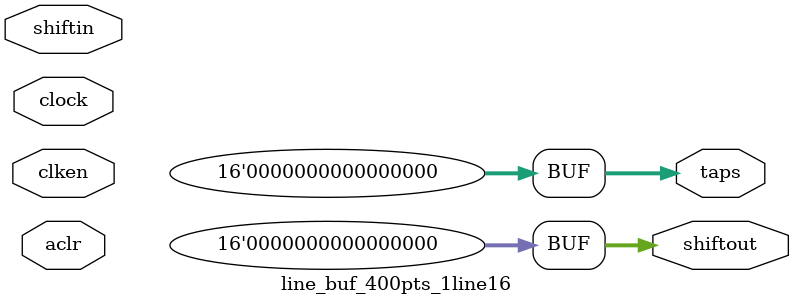
<source format=v>
module line_buf_400pts_1line16(	// file.cleaned.mlir:2:3
  input         aclr,	// file.cleaned.mlir:2:41
                clken,	// file.cleaned.mlir:2:56
                clock,	// file.cleaned.mlir:2:72
  input  [15:0] shiftin,	// file.cleaned.mlir:2:88
  output [15:0] shiftout,	// file.cleaned.mlir:2:108
                taps	// file.cleaned.mlir:2:128
);

  assign shiftout = 16'h0;	// file.cleaned.mlir:3:15, :4:5
  assign taps = 16'h0;	// file.cleaned.mlir:3:15, :4:5
endmodule


</source>
